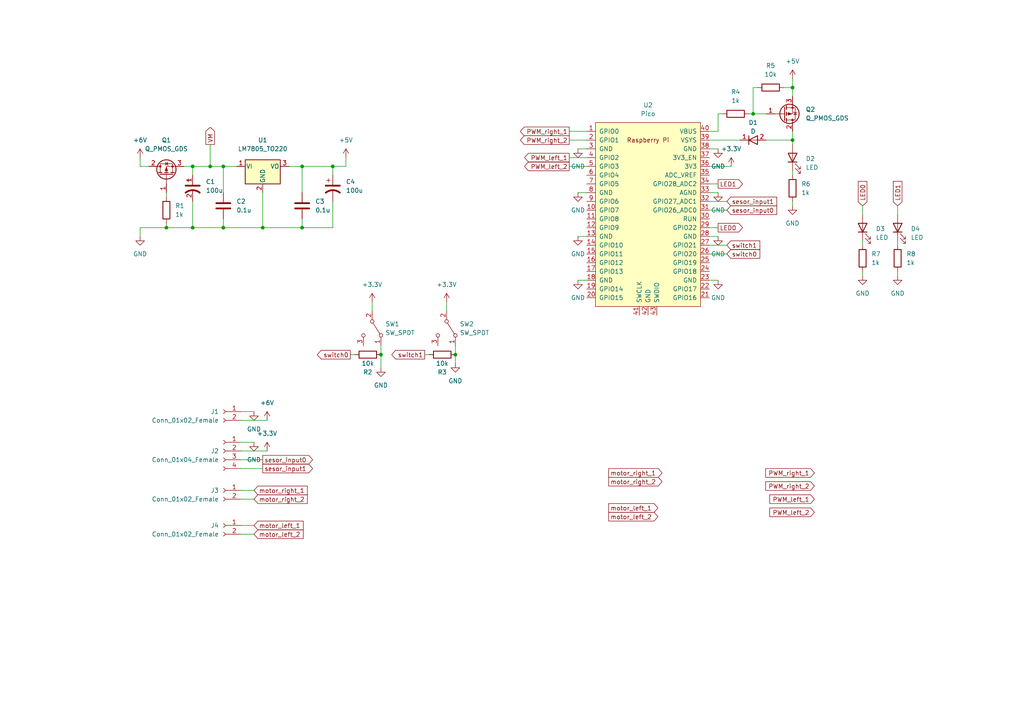
<source format=kicad_sch>
(kicad_sch (version 20211123) (generator eeschema)
  (paper "A4")
  (lib_symbols
    (symbol "C_Polarized_US_1" (pin_names (offset 0.254) hide)
      (property "Reference" "C" (at 0.635 2.54 0))
      (property "Value" "C_Polarized_US_1" (at 0.635 -2.54 0))
      (symbol "C_Polarized_US_1_0_1"
        (polyline (pts (xy -2.032 0.762) (xy 2.032 0.762)) (stroke (width 0.508)))
        (polyline (pts (xy -1.778 2.286) (xy -0.762 2.286)))
        (polyline (pts (xy -1.27 1.778) (xy -1.27 2.794)))
        (arc (start 2.032 -1.27) (mid 0 -0.5572) (end -2.032 -1.27) (stroke (width 0.508)))
      )
      (symbol "C_Polarized_US_1_1_1"
        (pin passive line (at 0 3.81 270) (length 2.794) (name "~") (number "1"))
        (pin passive line (at 0 -3.81 90) (length 3.302) (name "~") (number "2"))
      )
    )
    (symbol "Connector:Conn_01x02_Female" (pin_names (offset 1.016) hide)
      (property "Reference" "J" (at 0 2.54 0))
      (property "Value" "Conn_01x02_Female" (at 0 -5.08 0))
      (symbol "Conn_01x02_Female_1_1"
        (arc (start 0 -2.032) (mid -0.508 -2.54) (end 0 -3.048) (stroke (width 0.1524)))
        (polyline (pts (xy -1.27 -2.54) (xy -0.508 -2.54)) (stroke (width 0.1524)))
        (polyline (pts (xy -1.27 0) (xy -0.508 0)) (stroke (width 0.1524)))
        (arc (start 0 0.508) (mid -0.508 0) (end 0 -0.508) (stroke (width 0.1524)))
        (pin passive line (at -5.08 0 0) (length 3.81) (name "Pin_1") (number "1"))
        (pin passive line (at -5.08 -2.54 0) (length 3.81) (name "Pin_2") (number "2"))
      )
    )
    (symbol "Connector:Conn_01x04_Female" (pin_names (offset 1.016) hide)
      (property "Reference" "J" (at 0 5.08 0))
      (property "Value" "Conn_01x04_Female" (at 0 -7.62 0))
      (symbol "Conn_01x04_Female_1_1"
        (arc (start 0 -4.572) (mid -0.508 -5.08) (end 0 -5.588) (stroke (width 0.1524)))
        (arc (start 0 -2.032) (mid -0.508 -2.54) (end 0 -3.048) (stroke (width 0.1524)))
        (polyline (pts (xy -1.27 -5.08) (xy -0.508 -5.08)) (stroke (width 0.1524)))
        (polyline (pts (xy -1.27 -2.54) (xy -0.508 -2.54)) (stroke (width 0.1524)))
        (polyline (pts (xy -1.27 0) (xy -0.508 0)) (stroke (width 0.1524)))
        (polyline (pts (xy -1.27 2.54) (xy -0.508 2.54)) (stroke (width 0.1524)))
        (arc (start 0 0.508) (mid -0.508 0) (end 0 -0.508) (stroke (width 0.1524)))
        (arc (start 0 3.048) (mid -0.508 2.54) (end 0 2.032) (stroke (width 0.1524)))
        (pin passive line (at -5.08 2.54 0) (length 3.81) (name "Pin_1") (number "1"))
        (pin passive line (at -5.08 0 0) (length 3.81) (name "Pin_2") (number "2"))
        (pin passive line (at -5.08 -2.54 0) (length 3.81) (name "Pin_3") (number "3"))
        (pin passive line (at -5.08 -5.08 0) (length 3.81) (name "Pin_4") (number "4"))
      )
    )
    (symbol "Device:C" (pin_numbers hide) (pin_names (offset 0.254))
      (property "Reference" "C" (at 0.635 2.54 0))
      (property "Value" "C" (at 0.635 -2.54 0))
      (symbol "C_0_1"
        (polyline (pts (xy -2.032 -0.762) (xy 2.032 -0.762)) (stroke (width 0.508)))
        (polyline (pts (xy -2.032 0.762) (xy 2.032 0.762)) (stroke (width 0.508)))
      )
      (symbol "C_1_1"
        (pin passive line (at 0 3.81 270) (length 2.794) (name "~") (number "1"))
        (pin passive line (at 0 -3.81 90) (length 2.794) (name "~") (number "2"))
      )
    )
    (symbol "Device:C_Polarized_US" (pin_numbers hide) (pin_names (offset 0.254) hide)
      (property "Reference" "C" (at 0.635 2.54 0))
      (property "Value" "C_Polarized_US" (at 0.635 -2.54 0))
      (symbol "C_Polarized_US_0_1"
        (polyline (pts (xy -2.032 0.762) (xy 2.032 0.762)) (stroke (width 0.508)))
        (polyline (pts (xy -1.778 2.286) (xy -0.762 2.286)))
        (polyline (pts (xy -1.27 1.778) (xy -1.27 2.794)))
        (arc (start 2.032 -1.27) (mid 0 -0.5572) (end -2.032 -1.27) (stroke (width 0.508)))
      )
      (symbol "C_Polarized_US_1_1"
        (pin passive line (at 0 3.81 270) (length 2.794) (name "~") (number "1"))
        (pin passive line (at 0 -3.81 90) (length 3.302) (name "~") (number "2"))
      )
    )
    (symbol "Device:D" (pin_names (offset 1.016) hide)
      (property "Reference" "D" (at 0 2.54 0))
      (property "Value" "D" (at 0 -2.54 0))
      (symbol "D_0_1"
        (polyline (pts (xy -1.27 1.27) (xy -1.27 -1.27)) (stroke (width 0.254)))
        (polyline (pts (xy 1.27 0) (xy -1.27 0)))
        (polyline (pts (xy 1.27 1.27) (xy 1.27 -1.27) (xy -1.27 0) (xy 1.27 1.27)) (stroke (width 0.254)))
      )
      (symbol "D_1_1"
        (pin passive line (at -3.81 0 0) (length 2.54) (name "K") (number "1"))
        (pin passive line (at 3.81 0 180) (length 2.54) (name "A") (number "2"))
      )
    )
    (symbol "Device:LED" (pin_numbers hide) (pin_names (offset 1.016) hide)
      (property "Reference" "D" (at 0 2.54 0))
      (property "Value" "LED" (at 0 -2.54 0))
      (symbol "LED_0_1"
        (polyline (pts (xy -1.27 -1.27) (xy -1.27 1.27)) (stroke (width 0.254)))
        (polyline (pts (xy -1.27 0) (xy 1.27 0)))
        (polyline (pts (xy 1.27 -1.27) (xy 1.27 1.27) (xy -1.27 0) (xy 1.27 -1.27)) (stroke (width 0.254)))
        (polyline (pts (xy -3.048 -0.762) (xy -4.572 -2.286) (xy -3.81 -2.286) (xy -4.572 -2.286) (xy -4.572 -1.524)))
        (polyline (pts (xy -1.778 -0.762) (xy -3.302 -2.286) (xy -2.54 -2.286) (xy -3.302 -2.286) (xy -3.302 -1.524)))
      )
      (symbol "LED_1_1"
        (pin passive line (at -3.81 0 0) (length 2.54) (name "K") (number "1"))
        (pin passive line (at 3.81 0 180) (length 2.54) (name "A") (number "2"))
      )
    )
    (symbol "Device:Q_PMOS_GDS" (pin_names (offset 0) hide)
      (property "Reference" "Q" (at 5.08 1.27 0))
      (property "Value" "Q_PMOS_GDS" (at 5.08 -1.27 0))
      (symbol "Q_PMOS_GDS_0_1"
        (polyline (pts (xy 0.254 0) (xy -2.54 0)))
        (polyline (pts (xy 0.254 1.905) (xy 0.254 -1.905)) (stroke (width 0.254)))
        (polyline (pts (xy 0.762 -1.27) (xy 0.762 -2.286)) (stroke (width 0.254)))
        (polyline (pts (xy 0.762 0.508) (xy 0.762 -0.508)) (stroke (width 0.254)))
        (polyline (pts (xy 0.762 2.286) (xy 0.762 1.27)) (stroke (width 0.254)))
        (polyline (pts (xy 2.54 2.54) (xy 2.54 1.778)))
        (polyline (pts (xy 2.54 -2.54) (xy 2.54 0) (xy 0.762 0)))
        (polyline (pts (xy 0.762 1.778) (xy 3.302 1.778) (xy 3.302 -1.778) (xy 0.762 -1.778)))
        (polyline (pts (xy 2.286 0) (xy 1.27 0.381) (xy 1.27 -0.381) (xy 2.286 0)) (fill (type outline)))
        (polyline (pts (xy 2.794 -0.508) (xy 2.921 -0.381) (xy 3.683 -0.381) (xy 3.81 -0.254)))
        (polyline (pts (xy 3.302 -0.381) (xy 2.921 0.254) (xy 3.683 0.254) (xy 3.302 -0.381)))
        (circle (center 1.651 0) (radius 2.794) (stroke (width 0.254)))
        (circle (center 2.54 -1.778) (radius 0.254) (fill (type outline)))
        (circle (center 2.54 1.778) (radius 0.254) (fill (type outline)))
      )
      (symbol "Q_PMOS_GDS_1_1"
        (pin input line (at -5.08 0 0) (length 2.54) (name "G") (number "1"))
        (pin passive line (at 2.54 5.08 270) (length 2.54) (name "D") (number "2"))
        (pin passive line (at 2.54 -5.08 90) (length 2.54) (name "S") (number "3"))
      )
    )
    (symbol "Device:R" (pin_numbers hide) (pin_names (offset 0))
      (property "Reference" "R" (at 2.032 0 90))
      (property "Value" "R" (at 0 0 90))
      (symbol "R_0_1"
        (rectangle (start -1.016 -2.54) (end 1.016 2.54) (stroke (width 0.254)))
      )
      (symbol "R_1_1"
        (pin passive line (at 0 3.81 270) (length 1.27) (name "~") (number "1"))
        (pin passive line (at 0 -3.81 90) (length 1.27) (name "~") (number "2"))
      )
    )
    (symbol "RaspberryPi Pico:Pico" (pin_names (offset 1.016))
      (property "Reference" "U" (at -13.97 27.94 0))
      (property "Value" "Pico" (at 0 19.05 0))
      (symbol "Pico_0_0"
        (text "Raspberry Pi" (at 0 21.59 0) (effects (font (size 1.27 1.27))))
      )
      (symbol "Pico_0_1"
        (rectangle (start -15.24 26.67) (end 15.24 -26.67) (fill (type background)))
      )
      (symbol "Pico_1_1"
        (pin bidirectional line (at -17.78 24.13 0) (length 2.54) (name "GPIO0") (number "1"))
        (pin bidirectional line (at -17.78 1.27 0) (length 2.54) (name "GPIO7") (number "10"))
        (pin bidirectional line (at -17.78 -1.27 0) (length 2.54) (name "GPIO8") (number "11"))
        (pin bidirectional line (at -17.78 -3.81 0) (length 2.54) (name "GPIO9") (number "12"))
        (pin power_in line (at -17.78 -6.35 0) (length 2.54) (name "GND") (number "13"))
        (pin bidirectional line (at -17.78 -8.89 0) (length 2.54) (name "GPIO10") (number "14"))
        (pin bidirectional line (at -17.78 -11.43 0) (length 2.54) (name "GPIO11") (number "15"))
        (pin bidirectional line (at -17.78 -13.97 0) (length 2.54) (name "GPIO12") (number "16"))
        (pin bidirectional line (at -17.78 -16.51 0) (length 2.54) (name "GPIO13") (number "17"))
        (pin power_in line (at -17.78 -19.05 0) (length 2.54) (name "GND") (number "18"))
        (pin bidirectional line (at -17.78 -21.59 0) (length 2.54) (name "GPIO14") (number "19"))
        (pin bidirectional line (at -17.78 21.59 0) (length 2.54) (name "GPIO1") (number "2"))
        (pin bidirectional line (at -17.78 -24.13 0) (length 2.54) (name "GPIO15") (number "20"))
        (pin bidirectional line (at 17.78 -24.13 180) (length 2.54) (name "GPIO16") (number "21"))
        (pin bidirectional line (at 17.78 -21.59 180) (length 2.54) (name "GPIO17") (number "22"))
        (pin power_in line (at 17.78 -19.05 180) (length 2.54) (name "GND") (number "23"))
        (pin bidirectional line (at 17.78 -16.51 180) (length 2.54) (name "GPIO18") (number "24"))
        (pin bidirectional line (at 17.78 -13.97 180) (length 2.54) (name "GPIO19") (number "25"))
        (pin bidirectional line (at 17.78 -11.43 180) (length 2.54) (name "GPIO20") (number "26"))
        (pin bidirectional line (at 17.78 -8.89 180) (length 2.54) (name "GPIO21") (number "27"))
        (pin power_in line (at 17.78 -6.35 180) (length 2.54) (name "GND") (number "28"))
        (pin bidirectional line (at 17.78 -3.81 180) (length 2.54) (name "GPIO22") (number "29"))
        (pin power_in line (at -17.78 19.05 0) (length 2.54) (name "GND") (number "3"))
        (pin input line (at 17.78 -1.27 180) (length 2.54) (name "RUN") (number "30"))
        (pin bidirectional line (at 17.78 1.27 180) (length 2.54) (name "GPIO26_ADC0") (number "31"))
        (pin bidirectional line (at 17.78 3.81 180) (length 2.54) (name "GPIO27_ADC1") (number "32"))
        (pin power_in line (at 17.78 6.35 180) (length 2.54) (name "AGND") (number "33"))
        (pin bidirectional line (at 17.78 8.89 180) (length 2.54) (name "GPIO28_ADC2") (number "34"))
        (pin unspecified line (at 17.78 11.43 180) (length 2.54) (name "ADC_VREF") (number "35"))
        (pin unspecified line (at 17.78 13.97 180) (length 2.54) (name "3V3") (number "36"))
        (pin input line (at 17.78 16.51 180) (length 2.54) (name "3V3_EN") (number "37"))
        (pin bidirectional line (at 17.78 19.05 180) (length 2.54) (name "GND") (number "38"))
        (pin unspecified line (at 17.78 21.59 180) (length 2.54) (name "VSYS") (number "39"))
        (pin bidirectional line (at -17.78 16.51 0) (length 2.54) (name "GPIO2") (number "4"))
        (pin unspecified line (at 17.78 24.13 180) (length 2.54) (name "VBUS") (number "40"))
        (pin input line (at -2.54 -29.21 90) (length 2.54) (name "SWCLK") (number "41"))
        (pin power_in line (at 0 -29.21 90) (length 2.54) (name "GND") (number "42"))
        (pin bidirectional line (at 2.54 -29.21 90) (length 2.54) (name "SWDIO") (number "43"))
        (pin bidirectional line (at -17.78 13.97 0) (length 2.54) (name "GPIO3") (number "5"))
        (pin bidirectional line (at -17.78 11.43 0) (length 2.54) (name "GPIO4") (number "6"))
        (pin bidirectional line (at -17.78 8.89 0) (length 2.54) (name "GPIO5") (number "7"))
        (pin power_in line (at -17.78 6.35 0) (length 2.54) (name "GND") (number "8"))
        (pin bidirectional line (at -17.78 3.81 0) (length 2.54) (name "GPIO6") (number "9"))
      )
    )
    (symbol "Regulator_Linear:LM7805_TO220" (pin_names (offset 0.254))
      (property "Reference" "U" (at -3.81 3.175 0))
      (property "Value" "LM7805_TO220" (at 0 3.175 0))
      (symbol "LM7805_TO220_0_1"
        (rectangle (start -5.08 1.905) (end 5.08 -5.08) (stroke (width 0.254)) (fill (type background)))
      )
      (symbol "LM7805_TO220_1_1"
        (pin power_in line (at -7.62 0 0) (length 2.54) (name "VI") (number "1"))
        (pin power_in line (at 0 -7.62 90) (length 2.54) (name "GND") (number "2"))
        (pin power_out line (at 7.62 0 180) (length 2.54) (name "VO") (number "3"))
      )
    )
    (symbol "Switch:SW_SPDT" (pin_names (offset 0) hide)
      (property "Reference" "SW" (at 0 4.318 0))
      (property "Value" "SW_SPDT" (at 0 -5.08 0))
      (symbol "SW_SPDT_0_0"
        (circle (center -2.032 0) (radius 0.508))
        (circle (center 2.032 -2.54) (radius 0.508))
      )
      (symbol "SW_SPDT_0_1"
        (polyline (pts (xy -1.524 0.254) (xy 1.651 2.286)))
        (circle (center 2.032 2.54) (radius 0.508))
      )
      (symbol "SW_SPDT_1_1"
        (pin passive line (at 5.08 2.54 180) (length 2.54) (name "A") (number "1"))
        (pin passive line (at -5.08 0 0) (length 2.54) (name "B") (number "2"))
        (pin passive line (at 5.08 -2.54 180) (length 2.54) (name "C") (number "3"))
      )
    )
    (symbol "power:+3.3V" (power) (pin_names (offset 0))
      (property "Value" "+3.3V" (at 0 3.556 0))
      (symbol "+3.3V_0_1"
        (polyline (pts (xy -0.762 1.27) (xy 0 2.54)))
        (polyline (pts (xy 0 0) (xy 0 2.54)))
        (polyline (pts (xy 0 2.54) (xy 0.762 1.27)))
      )
      (symbol "+3.3V_1_1"
        (pin power_in line (at 0 0 90) (length 0) hide (name "+3.3V") (number "1"))
      )
    )
    (symbol "power:+5V" (power) (pin_names (offset 0))
      (property "Value" "+5V" (at 0 3.556 0))
      (symbol "+5V_0_1"
        (polyline (pts (xy -0.762 1.27) (xy 0 2.54)))
        (polyline (pts (xy 0 0) (xy 0 2.54)))
        (polyline (pts (xy 0 2.54) (xy 0.762 1.27)))
      )
      (symbol "+5V_1_1"
        (pin power_in line (at 0 0 90) (length 0) hide (name "+5V") (number "1"))
      )
    )
    (symbol "power:+6V" (power) (pin_names (offset 0))
      (property "Value" "+6V" (at 0 3.556 0))
      (symbol "+6V_0_1"
        (polyline (pts (xy -0.762 1.27) (xy 0 2.54)))
        (polyline (pts (xy 0 0) (xy 0 2.54)))
        (polyline (pts (xy 0 2.54) (xy 0.762 1.27)))
      )
      (symbol "+6V_1_1"
        (pin power_in line (at 0 0 90) (length 0) hide (name "+6V") (number "1"))
      )
    )
    (symbol "power:GND" (power) (pin_names (offset 0))
      (property "Value" "GND" (at 0 -3.81 0))
      (symbol "GND_0_1"
        (polyline (pts (xy 0 0) (xy 0 -1.27) (xy 1.27 -1.27) (xy 0 -2.54) (xy -1.27 -1.27) (xy 0 -1.27)))
      )
      (symbol "GND_1_1"
        (pin power_in line (at 0 0 270) (length 0) hide (name "GND") (number "1"))
      )
    )
  )
  (junction (at 87.63 66.04))
  (junction (at 55.88 66.04))
  (junction (at 132.08 102.87))
  (junction (at 96.52 48.26))
  (junction (at 64.77 48.26))
  (junction (at 110.49 102.87))
  (junction (at 87.63 48.26))
  (junction (at 76.2 66.04))
  (junction (at 55.88 48.26))
  (junction (at 218.44 33.02))
  (junction (at 229.87 40.64))
  (junction (at 60.96 48.26))
  (junction (at 48.26 66.04))
  (junction (at 229.87 25.4))
  (junction (at 64.77 66.04))
  (wire (pts (xy 69.85 121.92) (xy 77.47 121.92)))
  (wire (pts (xy 260.35 59.69) (xy 260.35 62.23)))
  (wire (pts (xy 96.52 48.26) (xy 100.33 48.26)))
  (wire (pts (xy 69.85 135.89) (xy 76.2 135.89)))
  (wire (pts (xy 222.25 40.64) (xy 229.87 40.64)))
  (wire (pts (xy 250.19 59.69) (xy 250.19 62.23)))
  (wire (pts (xy 55.88 66.04) (xy 64.77 66.04)))
  (wire (pts (xy 165.1 38.1) (xy 170.18 38.1)))
  (wire (pts (xy 219.71 25.4) (xy 218.44 25.4)))
  (wire (pts (xy 87.63 66.04) (xy 96.52 66.04)))
  (wire (pts (xy 132.08 100.33) (xy 132.08 102.87)))
  (wire (pts (xy 76.2 55.88) (xy 76.2 66.04)))
  (wire (pts (xy 165.1 48.26) (xy 170.18 48.26)))
  (wire (pts (xy 205.74 73.66) (xy 210.82 73.66)))
  (wire (pts (xy 205.74 58.42) (xy 210.82 58.42)))
  (wire (pts (xy 165.1 40.64) (xy 170.18 40.64)))
  (wire (pts (xy 229.87 25.4) (xy 229.87 27.94)))
  (wire (pts (xy 167.64 81.28) (xy 170.18 81.28)))
  (wire (pts (xy 40.64 66.04) (xy 40.64 68.58)))
  (wire (pts (xy 48.26 64.77) (xy 48.26 66.04)))
  (wire (pts (xy 205.74 38.1) (xy 208.28 38.1)))
  (wire (pts (xy 60.96 48.26) (xy 64.77 48.26)))
  (wire (pts (xy 205.74 53.34) (xy 208.28 53.34)))
  (wire (pts (xy 227.33 25.4) (xy 229.87 25.4)))
  (wire (pts (xy 55.88 48.26) (xy 60.96 48.26)))
  (wire (pts (xy 87.63 48.26) (xy 96.52 48.26)))
  (wire (pts (xy 64.77 63.5) (xy 64.77 66.04)))
  (wire (pts (xy 205.74 66.04) (xy 208.28 66.04)))
  (wire (pts (xy 260.35 78.74) (xy 260.35 80.01)))
  (wire (pts (xy 69.85 128.27) (xy 73.66 128.27)))
  (wire (pts (xy 167.64 55.88) (xy 170.18 55.88)))
  (wire (pts (xy 250.19 69.85) (xy 250.19 71.12)))
  (wire (pts (xy 87.63 48.26) (xy 87.63 55.88)))
  (wire (pts (xy 110.49 100.33) (xy 110.49 102.87)))
  (wire (pts (xy 87.63 63.5) (xy 87.63 66.04)))
  (wire (pts (xy 64.77 66.04) (xy 76.2 66.04)))
  (wire (pts (xy 40.64 66.04) (xy 48.26 66.04)))
  (wire (pts (xy 205.74 43.18) (xy 208.28 43.18)))
  (wire (pts (xy 205.74 48.26) (xy 212.09 48.26)))
  (wire (pts (xy 167.64 68.58) (xy 170.18 68.58)))
  (wire (pts (xy 96.52 48.26) (xy 96.52 50.8)))
  (wire (pts (xy 69.85 152.4) (xy 73.66 152.4)))
  (wire (pts (xy 64.77 48.26) (xy 68.58 48.26)))
  (wire (pts (xy 40.64 48.26) (xy 43.18 48.26)))
  (wire (pts (xy 205.74 71.12) (xy 210.82 71.12)))
  (wire (pts (xy 64.77 48.26) (xy 64.77 55.88)))
  (wire (pts (xy 218.44 33.02) (xy 222.25 33.02)))
  (wire (pts (xy 229.87 22.86) (xy 229.87 25.4)))
  (wire (pts (xy 55.88 58.42) (xy 55.88 66.04)))
  (wire (pts (xy 229.87 38.1) (xy 229.87 40.64)))
  (wire (pts (xy 218.44 25.4) (xy 218.44 33.02)))
  (wire (pts (xy 132.08 102.87) (xy 132.08 105.41)))
  (wire (pts (xy 167.64 43.18) (xy 170.18 43.18)))
  (wire (pts (xy 217.17 33.02) (xy 218.44 33.02)))
  (wire (pts (xy 101.6 102.87) (xy 102.87 102.87)))
  (wire (pts (xy 55.88 48.26) (xy 55.88 50.8)))
  (wire (pts (xy 69.85 142.24) (xy 73.66 142.24)))
  (wire (pts (xy 260.35 69.85) (xy 260.35 71.12)))
  (wire (pts (xy 229.87 40.64) (xy 229.87 41.91)))
  (wire (pts (xy 69.85 130.81) (xy 77.47 130.81)))
  (wire (pts (xy 165.1 45.72) (xy 170.18 45.72)))
  (wire (pts (xy 83.82 48.26) (xy 87.63 48.26)))
  (wire (pts (xy 69.85 133.35) (xy 76.2 133.35)))
  (wire (pts (xy 53.34 48.26) (xy 55.88 48.26)))
  (wire (pts (xy 208.28 38.1) (xy 208.28 33.02)))
  (wire (pts (xy 129.54 87.63) (xy 129.54 90.17)))
  (wire (pts (xy 107.95 87.63) (xy 107.95 90.17)))
  (wire (pts (xy 60.96 41.91) (xy 60.96 48.26)))
  (wire (pts (xy 48.26 55.88) (xy 48.26 57.15)))
  (wire (pts (xy 48.26 66.04) (xy 55.88 66.04)))
  (wire (pts (xy 205.74 55.88) (xy 208.28 55.88)))
  (wire (pts (xy 76.2 66.04) (xy 87.63 66.04)))
  (wire (pts (xy 69.85 154.94) (xy 73.66 154.94)))
  (wire (pts (xy 205.74 60.96) (xy 210.82 60.96)))
  (wire (pts (xy 205.74 81.28) (xy 208.28 81.28)))
  (wire (pts (xy 69.85 144.78) (xy 73.66 144.78)))
  (wire (pts (xy 229.87 49.53) (xy 229.87 50.8)))
  (wire (pts (xy 69.85 119.38) (xy 73.66 119.38)))
  (wire (pts (xy 250.19 78.74) (xy 250.19 80.01)))
  (wire (pts (xy 100.33 45.72) (xy 100.33 48.26)))
  (wire (pts (xy 205.74 40.64) (xy 214.63 40.64)))
  (wire (pts (xy 229.87 58.42) (xy 229.87 59.69)))
  (wire (pts (xy 96.52 58.42) (xy 96.52 66.04)))
  (wire (pts (xy 40.64 45.72) (xy 40.64 48.26)))
  (wire (pts (xy 123.19 102.87) (xy 124.46 102.87)))
  (wire (pts (xy 205.74 68.58) (xy 208.28 68.58)))
  (wire (pts (xy 208.28 33.02) (xy 209.55 33.02)))
  (wire (pts (xy 110.49 102.87) (xy 110.49 106.68)))
  (global_label "PWM_right_1" (shape input) (at 236.22 137.16 180) (property "Intersheet References" "${INTERSHEET_REFS}" (effects hide)))
  (global_label "sesor_input0" (shape input) (at 210.82 60.96 0) (property "Intersheet References" "${INTERSHEET_REFS}" (effects hide)))
  (global_label "LED1" (shape output) (at 208.28 53.34 0) (property "Intersheet References" "${INTERSHEET_REFS}" (effects hide)))
  (global_label "motor_left_1" (shape output) (at 176.53 147.32 0) (property "Intersheet References" "${INTERSHEET_REFS}" (effects hide)))
  (global_label "sesor_input1" (shape input) (at 210.82 58.42 0) (property "Intersheet References" "${INTERSHEET_REFS}" (effects hide)))
  (global_label "sesor_input1" (shape output) (at 76.2 135.89 0) (property "Intersheet References" "${INTERSHEET_REFS}" (effects hide)))
  (global_label "motor_left_2" (shape input) (at 73.66 154.94 0) (property "Intersheet References" "${INTERSHEET_REFS}" (effects hide)))
  (global_label "LED0" (shape output) (at 208.28 66.04 0) (property "Intersheet References" "${INTERSHEET_REFS}" (effects hide)))
  (global_label "motor_left_1" (shape input) (at 73.66 152.4 0) (property "Intersheet References" "${INTERSHEET_REFS}" (effects hide)))
  (global_label "motor_left_2" (shape output) (at 176.53 149.86 0) (property "Intersheet References" "${INTERSHEET_REFS}" (effects hide)))
  (global_label "LED0" (shape input) (at 250.19 59.69 90) (property "Intersheet References" "${INTERSHEET_REFS}" (effects hide)))
  (global_label "motor_right_2" (shape input) (at 73.66 144.78 0) (property "Intersheet References" "${INTERSHEET_REFS}" (effects hide)))
  (global_label "sesor_input0" (shape output) (at 76.2 133.35 0) (property "Intersheet References" "${INTERSHEET_REFS}" (effects hide)))
  (global_label "PWM_right_2" (shape input) (at 236.22 140.97 180) (property "Intersheet References" "${INTERSHEET_REFS}" (effects hide)))
  (global_label "PWM_left_2" (shape input) (at 236.22 148.59 180) (property "Intersheet References" "${INTERSHEET_REFS}" (effects hide)))
  (global_label "LED1" (shape input) (at 260.35 59.69 90) (property "Intersheet References" "${INTERSHEET_REFS}" (effects hide)))
  (global_label "switch0" (shape input) (at 210.82 73.66 0) (property "Intersheet References" "${INTERSHEET_REFS}" (effects hide)))
  (global_label "PWM_left_1" (shape output) (at 165.1 45.72 180) (property "Intersheet References" "${INTERSHEET_REFS}" (effects hide)))
  (global_label "VM" (shape output) (at 60.96 41.91 90) (property "Intersheet References" "${INTERSHEET_REFS}" (effects hide)))
  (global_label "PWM_right_2" (shape output) (at 165.1 40.64 180) (property "Intersheet References" "${INTERSHEET_REFS}" (effects hide)))
  (global_label "motor_right_1" (shape input) (at 73.66 142.24 0) (property "Intersheet References" "${INTERSHEET_REFS}" (effects hide)))
  (global_label "PWM_right_1" (shape output) (at 165.1 38.1 180) (property "Intersheet References" "${INTERSHEET_REFS}" (effects hide)))
  (global_label "motor_right_1" (shape output) (at 176.53 137.16 0) (property "Intersheet References" "${INTERSHEET_REFS}" (effects hide)))
  (global_label "switch0" (shape output) (at 101.6 102.87 180) (property "Intersheet References" "${INTERSHEET_REFS}" (effects hide)))
  (global_label "switch1" (shape output) (at 123.19 102.87 180) (property "Intersheet References" "${INTERSHEET_REFS}" (effects hide)))
  (global_label "switch1" (shape input) (at 210.82 71.12 0) (property "Intersheet References" "${INTERSHEET_REFS}" (effects hide)))
  (global_label "PWM_left_2" (shape output) (at 165.1 48.26 180) (property "Intersheet References" "${INTERSHEET_REFS}" (effects hide)))
  (global_label "PWM_left_1" (shape input) (at 236.22 144.78 180) (property "Intersheet References" "${INTERSHEET_REFS}" (effects hide)))
  (global_label "motor_right_2" (shape output) (at 176.53 139.7 0) (property "Intersheet References" "${INTERSHEET_REFS}" (effects hide)))
  (symbol (lib_id "power:GND") (at 250.19 80.01 0) (unit 1)
    (property "Reference" "#PWR023" (effects hide))
    (property "Value" "GND" (at 250.19 85.09 0))
  )
  (symbol (lib_id "power:GND") (at 167.64 81.28 0) (unit 1)
    (property "Reference" "#PWR015" (effects hide))
    (property "Value" "GND" (at 167.64 86.36 0))
  )
  (symbol (lib_id "power:GND") (at 167.64 55.88 0) (unit 1)
    (property "Reference" "#PWR013" (effects hide))
    (property "Value" "GND" (at 167.64 60.96 0))
  )
  (symbol (lib_id "power:GND") (at 167.64 68.58 0) (unit 1)
    (property "Reference" "#PWR014" (effects hide))
    (property "Value" "GND" (at 167.64 73.66 0))
  )
  (symbol (lib_id "Switch:SW_SPDT") (at 107.95 95.25 270) (unit 1)
    (property "Reference" "SW1" (at 111.76 93.9799 90) (effects (justify left)))
    (property "Value" "SW_SPDT" (at 111.76 96.5199 90) (effects (justify left)))
    (property "Footprint" "toggle_switch:3P_SPDT_5Pin_ToggleSwitch" (effects hide))
  )
  (symbol (lib_id "Device:R") (at 106.68 102.87 270) (unit 1)
    (property "Reference" "R2" (at 106.68 107.95 90))
    (property "Value" "10k" (at 106.68 105.41 90))
    (property "Footprint" "Resistor_THT:R_Axial_DIN0207_L6.3mm_D2.5mm_P10.16mm_Horizontal" (effects hide))
  )
  (symbol (lib_id "power:+3.3V") (at 107.95 87.63 0) (unit 1)
    (property "Reference" "#PWR08" (effects hide))
    (property "Value" "+3.3V" (at 107.95 82.55 0))
  )
  (symbol (lib_id "Device:D") (at 218.44 40.64 0) (unit 1)
    (property "Reference" "D1" (at 218.44 35.56 0))
    (property "Value" "D" (at 218.44 38.1 0))
    (property "Footprint" "Diode_THT:D_A-405_P10.16mm_Horizontal" (effects hide))
  )
  (symbol (lib_id "Device:Q_PMOS_GDS") (at 227.33 33.02 0) (mirror x) (unit 1)
    (property "Reference" "Q2" (at 233.68 31.7499 0) (effects (justify left)))
    (property "Value" "Q_PMOS_GDS" (at 233.68 34.2899 0) (effects (justify left)))
    (property "Footprint" "Package_TO_SOT_THT:SIPAK_Vertical" (effects hide))
  )
  (symbol (lib_id "power:GND") (at 260.35 80.01 0) (unit 1)
    (property "Reference" "#PWR024" (effects hide))
    (property "Value" "GND" (at 260.35 85.09 0))
  )
  (symbol (lib_id "Switch:SW_SPDT") (at 129.54 95.25 270) (unit 1)
    (property "Reference" "SW2" (at 133.35 93.9799 90) (effects (justify left)))
    (property "Value" "SW_SPDT" (at 133.35 96.5199 90) (effects (justify left)))
    (property "Footprint" "toggle_switch:3P_SPDT_5Pin_ToggleSwitch" (effects hide))
  )
  (symbol (lib_id "Device:R") (at 250.19 74.93 180) (unit 1)
    (property "Reference" "R7" (at 252.73 73.6599 0) (effects (justify right)))
    (property "Value" "1k" (at 252.73 76.1999 0) (effects (justify right)))
    (property "Footprint" "Resistor_THT:R_Axial_DIN0207_L6.3mm_D2.5mm_P10.16mm_Horizontal" (effects hide))
  )
  (symbol (lib_id "Regulator_Linear:LM7805_TO220") (at 76.2 48.26 0) (unit 1)
    (property "Reference" "U1" (at 76.2 40.64 0))
    (property "Value" "LM7805_TO220" (at 76.2 43.18 0))
    (property "Footprint" "Package_TO_SOT_THT:TO-220-3_Vertical" (effects hide))
    (property "Datasheet" "https://www.onsemi.cn/PowerSolutions/document/MC7800-D.PDF" (effects hide))
  )
  (symbol (lib_id "power:+3.3V") (at 77.47 130.81 0) (unit 1)
    (property "Reference" "#PWR06" (effects hide))
    (property "Value" "+3.3V" (at 77.47 125.73 0))
  )
  (symbol (lib_id "power:GND") (at 73.66 128.27 0) (unit 1)
    (property "Reference" "#PWR04" (effects hide))
    (property "Value" "GND" (at 73.66 133.35 0))
  )
  (symbol (lib_id "Device:R") (at 260.35 74.93 180) (unit 1)
    (property "Reference" "R8" (at 262.89 73.6599 0) (effects (justify right)))
    (property "Value" "1k" (at 262.89 76.1999 0) (effects (justify right)))
    (property "Footprint" "Resistor_THT:R_Axial_DIN0207_L6.3mm_D2.5mm_P10.16mm_Horizontal" (effects hide))
  )
  (symbol (lib_id "power:+6V") (at 77.47 121.92 0) (unit 1)
    (property "Reference" "#PWR05" (effects hide))
    (property "Value" "+6V" (at 77.47 116.84 0))
  )
  (symbol (lib_id "power:GND") (at 229.87 59.69 0) (unit 1)
    (property "Reference" "#PWR022" (effects hide))
    (property "Value" "GND" (at 229.87 64.77 0))
  )
  (symbol (lib_id "Device:Q_PMOS_GDS") (at 48.26 50.8 90) (unit 1)
    (property "Reference" "Q1" (at 48.26 40.64 90))
    (property "Value" "Q_PMOS_GDS" (at 48.26 43.18 90))
    (property "Footprint" "Package_TO_SOT_THT:SIPAK_Vertical" (effects hide))
  )
  (symbol (lib_id "Device:C") (at 87.63 59.69 0) (unit 1)
    (property "Reference" "C3" (at 91.44 58.4199 0) (effects (justify left)))
    (property "Value" "0.1u" (at 91.44 60.9599 0) (effects (justify left)))
    (property "Footprint" "Capacitor_THT:C_Disc_D5.0mm_W2.5mm_P2.50mm" (effects hide))
  )
  (symbol (lib_id "Device:R") (at 229.87 54.61 180) (unit 1)
    (property "Reference" "R6" (at 232.41 53.3399 0) (effects (justify right)))
    (property "Value" "1k" (at 232.41 55.8799 0) (effects (justify right)))
    (property "Footprint" "Resistor_THT:R_Axial_DIN0207_L6.3mm_D2.5mm_P10.16mm_Horizontal" (effects hide))
  )
  (symbol (lib_id "RaspberryPi Pico:Pico") (at 187.96 62.23 0) (unit 1)
    (property "Reference" "U2" (at 187.96 30.48 0))
    (property "Value" "Pico" (at 187.96 33.02 0))
    (property "Footprint" "RaspberryPi Pico:RPi_Pico_SMD_TH" (effects hide))
  )
  (symbol (lib_id "Connector:Conn_01x02_Female") (at 64.77 119.38 0) (mirror y) (unit 1)
    (property "Reference" "J1" (at 63.5 119.3799 0) (effects (justify left)))
    (property "Value" "Conn_01x02_Female" (at 63.5 121.9199 0) (effects (justify left)))
    (property "Footprint" "Connector_JST:JST_XH_S2B-XH-A_1x02_P2.50mm_Horizontal" (effects hide))
  )
  (symbol (lib_id "power:+5V") (at 100.33 45.72 0) (unit 1)
    (property "Reference" "#PWR07" (effects hide))
    (property "Value" "+5V" (at 100.33 40.64 0))
  )
  (symbol (lib_id "Device:C_Polarized_US") (at 96.52 54.61 0) (unit 1)
    (property "Reference" "C4" (at 100.33 52.7049 0) (effects (justify left)))
    (property "Value" "100u" (at 100.33 55.2449 0) (effects (justify left)))
    (property "Footprint" "Capacitor_THT:CP_Radial_D5.0mm_P2.00mm" (effects hide))
  )
  (symbol (lib_id "Device:LED") (at 229.87 45.72 90) (unit 1)
    (property "Reference" "D2" (at 233.68 46.0374 90) (effects (justify right)))
    (property "Value" "LED" (at 233.68 48.5774 90) (effects (justify right)))
    (property "Footprint" "LED_THT:LED_D3.0mm" (effects hide))
  )
  (symbol (lib_name "C_Polarized_US_1") (lib_id "Device:C_Polarized_US") (at 55.88 54.61 0) (unit 1)
    (property "Reference" "C1" (at 59.69 52.7049 0) (effects (justify left)))
    (property "Value" "100u" (at 59.69 55.2449 0) (effects (justify left)))
    (property "Footprint" "Capacitor_THT:CP_Radial_D5.0mm_P2.00mm" (effects hide))
  )
  (symbol (lib_id "Device:R") (at 48.26 60.96 180) (unit 1)
    (property "Reference" "R1" (at 50.8 59.6899 0) (effects (justify right)))
    (property "Value" "1k" (at 50.8 62.2299 0) (effects (justify right)))
    (property "Footprint" "Resistor_THT:R_Axial_DIN0207_L6.3mm_D2.5mm_P10.16mm_Horizontal" (effects hide))
  )
  (symbol (lib_id "power:+5V") (at 229.87 22.86 0) (unit 1)
    (property "Reference" "#PWR021" (effects hide))
    (property "Value" "+5V" (at 229.87 17.78 0))
  )
  (symbol (lib_id "power:GND") (at 73.66 119.38 0) (unit 1)
    (property "Reference" "#PWR03" (effects hide))
    (property "Value" "GND" (at 73.66 124.46 0))
  )
  (symbol (lib_id "power:+3.3V") (at 129.54 87.63 0) (unit 1)
    (property "Reference" "#PWR010" (effects hide))
    (property "Value" "+3.3V" (at 129.54 82.55 0))
  )
  (symbol (lib_id "Device:R") (at 213.36 33.02 90) (unit 1)
    (property "Reference" "R4" (at 213.36 26.67 90))
    (property "Value" "1k" (at 213.36 29.21 90))
    (property "Footprint" "Resistor_THT:R_Axial_DIN0207_L6.3mm_D2.5mm_P10.16mm_Horizontal" (effects hide))
  )
  (symbol (lib_id "Connector:Conn_01x02_Female") (at 64.77 152.4 0) (mirror y) (unit 1)
    (property "Reference" "J4" (at 63.5 152.3999 0) (effects (justify left)))
    (property "Value" "Conn_01x02_Female" (at 63.5 154.9399 0) (effects (justify left)))
    (property "Footprint" "Connector_JST:JST_XH_S2B-XH-A_1x02_P2.50mm_Horizontal" (effects hide))
  )
  (symbol (lib_id "Connector:Conn_01x02_Female") (at 64.77 142.24 0) (mirror y) (unit 1)
    (property "Reference" "J3" (at 63.5 142.2399 0) (effects (justify left)))
    (property "Value" "Conn_01x02_Female" (at 63.5 144.7799 0) (effects (justify left)))
    (property "Footprint" "Connector_JST:JST_XH_S2B-XH-A_1x02_P2.50mm_Horizontal" (effects hide))
  )
  (symbol (lib_id "power:+6V") (at 40.64 45.72 0) (unit 1)
    (property "Reference" "#PWR01" (effects hide))
    (property "Value" "+6V" (at 40.64 40.64 0))
  )
  (symbol (lib_id "Device:LED") (at 260.35 66.04 90) (unit 1)
    (property "Reference" "D4" (at 264.16 66.3574 90) (effects (justify right)))
    (property "Value" "LED" (at 264.16 68.8974 90) (effects (justify right)))
    (property "Footprint" "LED_THT:LED_D3.0mm" (effects hide))
  )
  (symbol (lib_id "Device:C") (at 64.77 59.69 0) (unit 1)
    (property "Reference" "C2" (at 68.58 58.4199 0) (effects (justify left)))
    (property "Value" "0.1u" (at 68.58 60.9599 0) (effects (justify left)))
    (property "Footprint" "Capacitor_THT:C_Disc_D5.0mm_W2.5mm_P2.50mm" (effects hide))
  )
  (symbol (lib_id "power:GND") (at 208.28 43.18 0) (unit 1)
    (property "Reference" "#PWR016" (effects hide))
    (property "Value" "GND" (at 208.28 48.26 0))
  )
  (symbol (lib_id "power:GND") (at 40.64 68.58 0) (unit 1)
    (property "Reference" "#PWR02" (effects hide))
    (property "Value" "GND" (at 40.64 73.66 0))
  )
  (symbol (lib_id "power:GND") (at 208.28 68.58 0) (unit 1)
    (property "Reference" "#PWR018" (effects hide))
    (property "Value" "GND" (at 208.28 73.66 0))
  )
  (symbol (lib_id "power:GND") (at 208.28 55.88 0) (unit 1)
    (property "Reference" "#PWR017" (effects hide))
    (property "Value" "GND" (at 208.28 60.96 0))
  )
  (symbol (lib_id "power:GND") (at 167.64 43.18 0) (unit 1)
    (property "Reference" "#PWR012" (effects hide))
    (property "Value" "GND" (at 167.64 48.26 0))
  )
  (symbol (lib_id "Connector:Conn_01x04_Female") (at 64.77 130.81 0) (mirror y) (unit 1)
    (property "Reference" "J2" (at 63.5 130.8099 0) (effects (justify left)))
    (property "Value" "Conn_01x04_Female" (at 63.5 133.3499 0) (effects (justify left)))
    (property "Footprint" "Connector_JST:JST_XH_S4B-XH-A_1x04_P2.50mm_Horizontal" (effects hide))
  )
  (symbol (lib_id "power:+3.3V") (at 212.09 48.26 0) (unit 1)
    (property "Reference" "#PWR020" (effects hide))
    (property "Value" "+3.3V" (at 212.09 43.18 0))
  )
  (symbol (lib_id "power:GND") (at 110.49 106.68 0) (unit 1)
    (property "Reference" "#PWR09" (effects hide))
    (property "Value" "GND" (at 110.49 111.76 0))
  )
  (symbol (lib_id "power:GND") (at 132.08 105.41 0) (unit 1)
    (property "Reference" "#PWR011" (effects hide))
    (property "Value" "GND" (at 132.08 110.49 0))
  )
  (symbol (lib_id "Device:R") (at 128.27 102.87 270) (unit 1)
    (property "Reference" "R3" (at 128.27 107.95 90))
    (property "Value" "10k" (at 128.27 105.41 90))
    (property "Footprint" "Resistor_THT:R_Axial_DIN0207_L6.3mm_D2.5mm_P10.16mm_Horizontal" (effects hide))
  )
  (symbol (lib_id "Device:R") (at 223.52 25.4 270) (unit 1)
    (property "Reference" "R5" (at 223.52 19.05 90))
    (property "Value" "10k" (at 223.52 21.59 90))
    (property "Footprint" "Resistor_THT:R_Axial_DIN0207_L6.3mm_D2.5mm_P10.16mm_Horizontal" (effects hide))
  )
  (symbol (lib_id "Device:LED") (at 250.19 66.04 90) (unit 1)
    (property "Reference" "D3" (at 254 66.3574 90) (effects (justify right)))
    (property "Value" "LED" (at 254 68.8974 90) (effects (justify right)))
    (property "Footprint" "LED_THT:LED_D3.0mm" (effects hide))
  )
  (symbol (lib_id "power:GND") (at 208.28 81.28 0) (unit 1)
    (property "Reference" "#PWR019" (effects hide))
    (property "Value" "GND" (at 208.28 86.36 0))
  )
)
</source>
